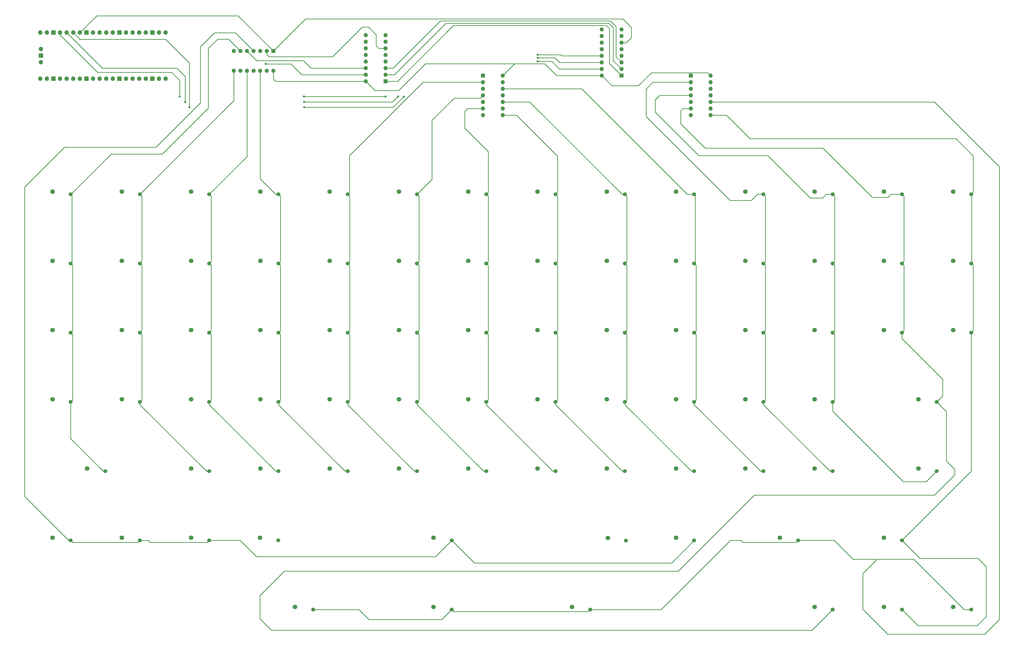
<source format=gbr>
G04 #@! TF.GenerationSoftware,KiCad,Pcbnew,(6.0.8)*
G04 #@! TF.CreationDate,2022-11-04T15:43:21-05:00*
G04 #@! TF.ProjectId,MIKey,4d494b65-792e-46b6-9963-61645f706362,rev?*
G04 #@! TF.SameCoordinates,Original*
G04 #@! TF.FileFunction,Copper,L2,Bot*
G04 #@! TF.FilePolarity,Positive*
%FSLAX46Y46*%
G04 Gerber Fmt 4.6, Leading zero omitted, Abs format (unit mm)*
G04 Created by KiCad (PCBNEW (6.0.8)) date 2022-11-04 15:43:21*
%MOMM*%
%LPD*%
G01*
G04 APERTURE LIST*
G04 #@! TA.AperFunction,ComponentPad*
%ADD10C,1.762000*%
G04 #@! TD*
G04 #@! TA.AperFunction,ComponentPad*
%ADD11C,1.524000*%
G04 #@! TD*
G04 #@! TA.AperFunction,ComponentPad*
%ADD12R,1.600000X1.600000*%
G04 #@! TD*
G04 #@! TA.AperFunction,ComponentPad*
%ADD13O,1.600000X1.600000*%
G04 #@! TD*
G04 #@! TA.AperFunction,ComponentPad*
%ADD14O,1.700000X1.700000*%
G04 #@! TD*
G04 #@! TA.AperFunction,ComponentPad*
%ADD15R,1.700000X1.700000*%
G04 #@! TD*
G04 #@! TA.AperFunction,ViaPad*
%ADD16C,0.800000*%
G04 #@! TD*
G04 #@! TA.AperFunction,Conductor*
%ADD17C,0.250000*%
G04 #@! TD*
G04 APERTURE END LIST*
D10*
G04 #@! TO.P,SEVEN1,1*
G04 #@! TO.N,/R1*
X262389997Y-139380000D03*
D11*
G04 #@! TO.P,SEVEN1,2*
G04 #@! TO.N,Net-(F7-Pad2)*
X269389997Y-140430000D03*
G04 #@! TD*
D10*
G04 #@! TO.P,FOUR1,1*
G04 #@! TO.N,/R1*
X182379997Y-139380000D03*
D11*
G04 #@! TO.P,FOUR1,2*
G04 #@! TO.N,Net-(F13-Pad2)*
X189379997Y-140430000D03*
G04 #@! TD*
D10*
G04 #@! TO.P,F9,1*
G04 #@! TO.N,/R0*
X315729997Y-112710000D03*
D11*
G04 #@! TO.P,F9,2*
G04 #@! TO.N,Net-(F9-Pad2)*
X322729997Y-113760000D03*
G04 #@! TD*
D10*
G04 #@! TO.P,L_CTRL1,1*
G04 #@! TO.N,/R0*
X75699997Y-246060000D03*
D11*
G04 #@! TO.P,L_CTRL1,2*
G04 #@! TO.N,Net-(L_ALT1-Pad2)*
X82699997Y-247110000D03*
G04 #@! TD*
D10*
G04 #@! TO.P,SEMI-COLON1,1*
G04 #@! TO.N,/R3*
X342399997Y-192720000D03*
D11*
G04 #@! TO.P,SEMI-COLON1,2*
G04 #@! TO.N,Net-(/1-Pad2)*
X349399997Y-193770000D03*
G04 #@! TD*
D10*
G04 #@! TO.P,R_SHIFT1,1*
G04 #@! TO.N,/R4*
X409074997Y-219390000D03*
D11*
G04 #@! TO.P,R_SHIFT1,2*
G04 #@! TO.N,Net-(APOSTROPHE1-Pad2)*
X416074997Y-220440000D03*
G04 #@! TD*
D10*
G04 #@! TO.P,F2,1*
G04 #@! TO.N,/R0*
X129039997Y-112710000D03*
D11*
G04 #@! TO.P,F2,2*
G04 #@! TO.N,Net-(F2-Pad2)*
X136039997Y-113760000D03*
G04 #@! TD*
D10*
G04 #@! TO.P,F12,1*
G04 #@! TO.N,/R0*
X395739997Y-112710000D03*
D11*
G04 #@! TO.P,F12,2*
G04 #@! TO.N,Net-(ENTER1-Pad2)*
X402739997Y-113760000D03*
G04 #@! TD*
D10*
G04 #@! TO.P,COMMA/GTR_THN1,1*
G04 #@! TO.N,/R4*
X315729997Y-219390000D03*
D11*
G04 #@! TO.P,COMMA/GTR_THN1,2*
G04 #@! TO.N,Net-(COMMA/GREATER_THAN1-Pad2)*
X322729997Y-220440000D03*
G04 #@! TD*
D10*
G04 #@! TO.P,SIX1,1*
G04 #@! TO.N,/R1*
X235719997Y-139380000D03*
D11*
G04 #@! TO.P,SIX1,2*
G04 #@! TO.N,Net-(F6-Pad2)*
X242719997Y-140430000D03*
G04 #@! TD*
D10*
G04 #@! TO.P,O1,1*
G04 #@! TO.N,/R2*
X315729997Y-166050000D03*
D11*
G04 #@! TO.P,O1,2*
G04 #@! TO.N,Net-(F9-Pad2)*
X322729997Y-167100000D03*
G04 #@! TD*
D10*
G04 #@! TO.P,TWO1,1*
G04 #@! TO.N,/R1*
X129039997Y-139380000D03*
D11*
G04 #@! TO.P,TWO1,2*
G04 #@! TO.N,Net-(F2-Pad2)*
X136039997Y-140430000D03*
G04 #@! TD*
D10*
G04 #@! TO.P,L1,1*
G04 #@! TO.N,/R3*
X315729997Y-192720000D03*
D11*
G04 #@! TO.P,L1,2*
G04 #@! TO.N,Net-(F9-Pad2)*
X322729997Y-193770000D03*
G04 #@! TD*
D10*
G04 #@! TO.P,WINDOWS1,1*
G04 #@! TO.N,/R1*
X102369997Y-246060000D03*
D11*
G04 #@! TO.P,WINDOWS1,2*
G04 #@! TO.N,Net-(L_ALT1-Pad2)*
X109369997Y-247110000D03*
G04 #@! TD*
D10*
G04 #@! TO.P,F1,1*
G04 #@! TO.N,/R0*
X102369997Y-112710000D03*
D11*
G04 #@! TO.P,F1,2*
G04 #@! TO.N,Net-(A1-Pad2)*
X109369997Y-113760000D03*
G04 #@! TD*
D10*
G04 #@! TO.P,F6,1*
G04 #@! TO.N,/R0*
X235719997Y-112710000D03*
D11*
G04 #@! TO.P,F6,2*
G04 #@! TO.N,Net-(F6-Pad2)*
X242719997Y-113760000D03*
G04 #@! TD*
D10*
G04 #@! TO.P,CAPSLOCK1,1*
G04 #@! TO.N,/R3*
X75699997Y-192720000D03*
D11*
G04 #@! TO.P,CAPSLOCK1,2*
G04 #@! TO.N,Net-(BACK_TICK/TILDE1-Pad2)*
X82699997Y-193770000D03*
G04 #@! TD*
D10*
G04 #@! TO.P,S1,1*
G04 #@! TO.N,/R3*
X129039997Y-192720000D03*
D11*
G04 #@! TO.P,S1,2*
G04 #@! TO.N,Net-(F2-Pad2)*
X136039997Y-193770000D03*
G04 #@! TD*
D10*
G04 #@! TO.P,F11,1*
G04 #@! TO.N,/R0*
X369069997Y-112710000D03*
D11*
G04 #@! TO.P,F11,2*
G04 #@! TO.N,Net-(APOSTROPHE1-Pad2)*
X376069997Y-113760000D03*
G04 #@! TD*
D10*
G04 #@! TO.P,]1,1*
G04 #@! TO.N,/R2*
X395739997Y-166050000D03*
D11*
G04 #@! TO.P,]1,2*
G04 #@! TO.N,Net-(ENTER1-Pad2)*
X402739997Y-167100000D03*
G04 #@! TD*
D10*
G04 #@! TO.P,RIGHT_ARROW1,1*
G04 #@! TO.N,/R4*
X422409997Y-272730000D03*
D11*
G04 #@! TO.P,RIGHT_ARROW1,2*
G04 #@! TO.N,Net-(MACRO_1-Pad2)*
X429409997Y-273780000D03*
G04 #@! TD*
D10*
G04 #@! TO.P,K1,1*
G04 #@! TO.N,/R3*
X289059997Y-192720000D03*
D11*
G04 #@! TO.P,K1,2*
G04 #@! TO.N,Net-(COMMA/GREATER_THAN1-Pad2)*
X296059997Y-193770000D03*
G04 #@! TD*
D10*
G04 #@! TO.P,DOWN_ARROW1,1*
G04 #@! TO.N,/R4*
X395739997Y-272730000D03*
D11*
G04 #@! TO.P,DOWN_ARROW1,2*
G04 #@! TO.N,Net-(BACKSPACE1-Pad2)*
X402739997Y-273780000D03*
G04 #@! TD*
D10*
G04 #@! TO.P,J1,1*
G04 #@! TO.N,/R3*
X262389997Y-192720000D03*
D11*
G04 #@! TO.P,J1,2*
G04 #@! TO.N,Net-(F7-Pad2)*
X269389997Y-193770000D03*
G04 #@! TD*
D10*
G04 #@! TO.P,G1,1*
G04 #@! TO.N,/R3*
X209049997Y-192720000D03*
D11*
G04 #@! TO.P,G1,2*
G04 #@! TO.N,Net-(B1-Pad2)*
X216049997Y-193770000D03*
G04 #@! TD*
D10*
G04 #@! TO.P,H1,1*
G04 #@! TO.N,/R3*
X235719997Y-192720000D03*
D11*
G04 #@! TO.P,H1,2*
G04 #@! TO.N,Net-(F6-Pad2)*
X242719997Y-193770000D03*
G04 #@! TD*
D10*
G04 #@! TO.P,SPACE_BAR1,1*
G04 #@! TO.N,/R3*
X222384997Y-246060000D03*
D11*
G04 #@! TO.P,SPACE_BAR1,2*
G04 #@! TO.N,Net-(L_ALT1-Pad2)*
X229384997Y-247110000D03*
G04 #@! TD*
D10*
G04 #@! TO.P,U5,1*
G04 #@! TO.N,/R2*
X262389997Y-166050000D03*
D11*
G04 #@! TO.P,U5,2*
G04 #@! TO.N,Net-(F7-Pad2)*
X269389997Y-167100000D03*
G04 #@! TD*
D10*
G04 #@! TO.P,L_SHIFT1,1*
G04 #@! TO.N,/R4*
X89034997Y-219390000D03*
D11*
G04 #@! TO.P,L_SHIFT1,2*
G04 #@! TO.N,Net-(BACK_TICK/TILDE1-Pad2)*
X96034997Y-220440000D03*
G04 #@! TD*
D10*
G04 #@! TO.P,APOSTROPHE1,1*
G04 #@! TO.N,/R3*
X369069997Y-192720000D03*
D11*
G04 #@! TO.P,APOSTROPHE1,2*
G04 #@! TO.N,Net-(APOSTROPHE1-Pad2)*
X376069997Y-193770000D03*
G04 #@! TD*
D10*
G04 #@! TO.P,I1,1*
G04 #@! TO.N,/R2*
X289059997Y-166050000D03*
D11*
G04 #@! TO.P,I1,2*
G04 #@! TO.N,Net-(COMMA/GREATER_THAN1-Pad2)*
X296059997Y-167100000D03*
G04 #@! TD*
D10*
G04 #@! TO.P,REF\u002A\u002A,1*
G04 #@! TO.N,N/C*
X155599997Y-246060000D03*
D11*
G04 #@! TO.P,REF\u002A\u002A,2*
X162599997Y-247110000D03*
G04 #@! TD*
D10*
G04 #@! TO.P,W1,1*
G04 #@! TO.N,/R2*
X129039997Y-166050000D03*
D11*
G04 #@! TO.P,W1,2*
G04 #@! TO.N,Net-(F2-Pad2)*
X136039997Y-167100000D03*
G04 #@! TD*
D10*
G04 #@! TO.P,B1,1*
G04 #@! TO.N,/R4*
X235719997Y-219390000D03*
D11*
G04 #@! TO.P,B1,2*
G04 #@! TO.N,Net-(B1-Pad2)*
X242719997Y-220440000D03*
G04 #@! TD*
D10*
G04 #@! TO.P,EQUALS1,1*
G04 #@! TO.N,/R1*
X395739997Y-139380000D03*
D11*
G04 #@! TO.P,EQUALS1,2*
G04 #@! TO.N,Net-(ENTER1-Pad2)*
X402739997Y-140430000D03*
G04 #@! TD*
D10*
G04 #@! TO.P,A1,1*
G04 #@! TO.N,/R3*
X102369997Y-192720000D03*
D11*
G04 #@! TO.P,A1,2*
G04 #@! TO.N,Net-(A1-Pad2)*
X109369997Y-193770000D03*
G04 #@! TD*
D10*
G04 #@! TO.P,ZERO1,1*
G04 #@! TO.N,/R1*
X342399997Y-139380000D03*
D11*
G04 #@! TO.P,ZERO1,2*
G04 #@! TO.N,Net-(/1-Pad2)*
X349399997Y-140430000D03*
G04 #@! TD*
D10*
G04 #@! TO.P,EIGHT1,1*
G04 #@! TO.N,/R1*
X289059997Y-139380000D03*
D11*
G04 #@! TO.P,EIGHT1,2*
G04 #@! TO.N,Net-(COMMA/GREATER_THAN1-Pad2)*
X296059997Y-140430000D03*
G04 #@! TD*
D10*
G04 #@! TO.P,F13,1*
G04 #@! TO.N,/R3*
X182379997Y-192720000D03*
D11*
G04 #@! TO.P,F13,2*
G04 #@! TO.N,Net-(F13-Pad2)*
X189379997Y-193770000D03*
G04 #@! TD*
D10*
G04 #@! TO.P,TAB1,1*
G04 #@! TO.N,/R2*
X75699997Y-166050000D03*
D11*
G04 #@! TO.P,TAB1,2*
G04 #@! TO.N,Net-(BACK_TICK/TILDE1-Pad2)*
X82699997Y-167100000D03*
G04 #@! TD*
D10*
G04 #@! TO.P,MACRO_1,1*
G04 #@! TO.N,/R0*
X169044997Y-272730000D03*
D11*
G04 #@! TO.P,MACRO_1,2*
G04 #@! TO.N,Net-(MACRO_1-Pad2)*
X176044997Y-273780000D03*
G04 #@! TD*
D10*
G04 #@! TO.P,PERIOD/LSS_THN1,1*
G04 #@! TO.N,/R4*
X342399997Y-219390000D03*
D11*
G04 #@! TO.P,PERIOD/LSS_THN1,2*
G04 #@! TO.N,Net-(F9-Pad2)*
X349399997Y-220440000D03*
G04 #@! TD*
D10*
G04 #@! TO.P,X1,1*
G04 #@! TO.N,/R4*
X155709997Y-219390000D03*
D11*
G04 #@! TO.P,X1,2*
G04 #@! TO.N,Net-(F2-Pad2)*
X162709997Y-220440000D03*
G04 #@! TD*
D10*
G04 #@! TO.P,C1,1*
G04 #@! TO.N,/R4*
X182379997Y-219390000D03*
D11*
G04 #@! TO.P,C1,2*
G04 #@! TO.N,Net-(C1-Pad2)*
X189379997Y-220440000D03*
G04 #@! TD*
D10*
G04 #@! TO.P,Y1,1*
G04 #@! TO.N,/R2*
X235719997Y-166050000D03*
D11*
G04 #@! TO.P,Y1,2*
G04 #@! TO.N,Net-(F6-Pad2)*
X242719997Y-167100000D03*
G04 #@! TD*
D10*
G04 #@! TO.P,F8,1*
G04 #@! TO.N,/R0*
X289059997Y-112710000D03*
D11*
G04 #@! TO.P,F8,2*
G04 #@! TO.N,Net-(COMMA/GREATER_THAN1-Pad2)*
X296059997Y-113760000D03*
G04 #@! TD*
D10*
G04 #@! TO.P,D1,1*
G04 #@! TO.N,/R3*
X155709997Y-192720000D03*
D11*
G04 #@! TO.P,D1,2*
G04 #@! TO.N,Net-(C1-Pad2)*
X162709997Y-193770000D03*
G04 #@! TD*
D10*
G04 #@! TO.P,MACRO_3,1*
G04 #@! TO.N,/R2*
X275724997Y-272730000D03*
D11*
G04 #@! TO.P,MACRO_3,2*
G04 #@! TO.N,Net-(MACRO_1-Pad2)*
X282724997Y-273780000D03*
G04 #@! TD*
D10*
G04 #@! TO.P,BACKSPACE1,1*
G04 #@! TO.N,/R1*
X422409997Y-139380000D03*
D11*
G04 #@! TO.P,BACKSPACE1,2*
G04 #@! TO.N,Net-(BACKSPACE1-Pad2)*
X429409997Y-140430000D03*
G04 #@! TD*
D10*
G04 #@! TO.P,T1,1*
G04 #@! TO.N,/R2*
X209049997Y-166050000D03*
D11*
G04 #@! TO.P,T1,2*
G04 #@! TO.N,Net-(B1-Pad2)*
X216049997Y-167100000D03*
G04 #@! TD*
D10*
G04 #@! TO.P,MINUS1,1*
G04 #@! TO.N,/R1*
X369069997Y-139380000D03*
D11*
G04 #@! TO.P,MINUS1,2*
G04 #@! TO.N,Net-(APOSTROPHE1-Pad2)*
X376069997Y-140430000D03*
G04 #@! TD*
D10*
G04 #@! TO.P,/1,1*
G04 #@! TO.N,/R4*
X369069997Y-219390000D03*
D11*
G04 #@! TO.P,/1,2*
G04 #@! TO.N,Net-(/1-Pad2)*
X376069997Y-220440000D03*
G04 #@! TD*
D10*
G04 #@! TO.P,M1,1*
G04 #@! TO.N,/R4*
X289059997Y-219390000D03*
D11*
G04 #@! TO.P,M1,2*
G04 #@! TO.N,Net-(F7-Pad2)*
X296059997Y-220440000D03*
G04 #@! TD*
D10*
G04 #@! TO.P,UP_ARROW1,1*
G04 #@! TO.N,/R3*
X395739997Y-246060000D03*
D11*
G04 #@! TO.P,UP_ARROW1,2*
G04 #@! TO.N,Net-(BACKSPACE1-Pad2)*
X402739997Y-247110000D03*
G04 #@! TD*
D10*
G04 #@! TO.P,F7,1*
G04 #@! TO.N,/R0*
X262389997Y-112710000D03*
D11*
G04 #@! TO.P,F7,2*
G04 #@! TO.N,Net-(F7-Pad2)*
X269389997Y-113760000D03*
G04 #@! TD*
D10*
G04 #@! TO.P,Z1,1*
G04 #@! TO.N,/R4*
X129039997Y-219390000D03*
D11*
G04 #@! TO.P,Z1,2*
G04 #@! TO.N,Net-(A1-Pad2)*
X136039997Y-220440000D03*
G04 #@! TD*
D10*
G04 #@! TO.P,MACRO_2,1*
G04 #@! TO.N,/R1*
X222384997Y-272730000D03*
D11*
G04 #@! TO.P,MACRO_2,2*
G04 #@! TO.N,Net-(MACRO_1-Pad2)*
X229384997Y-273780000D03*
G04 #@! TD*
D10*
G04 #@! TO.P,F4,1*
G04 #@! TO.N,/R0*
X182379997Y-112710000D03*
D11*
G04 #@! TO.P,F4,2*
G04 #@! TO.N,Net-(F13-Pad2)*
X189379997Y-113760000D03*
G04 #@! TD*
D10*
G04 #@! TO.P,Q1,1*
G04 #@! TO.N,/R2*
X102369997Y-166050000D03*
D11*
G04 #@! TO.P,Q1,2*
G04 #@! TO.N,Net-(A1-Pad2)*
X109369997Y-167100000D03*
G04 #@! TD*
D10*
G04 #@! TO.P,BACK_TICK/TILDE1,1*
G04 #@! TO.N,/R1*
X75699997Y-139380000D03*
D11*
G04 #@! TO.P,BACK_TICK/TILDE1,2*
G04 #@! TO.N,Net-(BACK_TICK/TILDE1-Pad2)*
X82699997Y-140430000D03*
G04 #@! TD*
D10*
G04 #@! TO.P,NINE1,1*
G04 #@! TO.N,/R1*
X315729997Y-139380000D03*
D11*
G04 #@! TO.P,NINE1,2*
G04 #@! TO.N,Net-(F9-Pad2)*
X322729997Y-140430000D03*
G04 #@! TD*
D10*
G04 #@! TO.P,N1,1*
G04 #@! TO.N,/R4*
X262389997Y-219390000D03*
D11*
G04 #@! TO.P,N1,2*
G04 #@! TO.N,Net-(F6-Pad2)*
X269389997Y-220440000D03*
G04 #@! TD*
D10*
G04 #@! TO.P,THREE1,1*
G04 #@! TO.N,/R1*
X155709997Y-139380000D03*
D11*
G04 #@! TO.P,THREE1,2*
G04 #@! TO.N,Net-(C1-Pad2)*
X162709997Y-140430000D03*
G04 #@! TD*
D10*
G04 #@! TO.P,ENTER1,1*
G04 #@! TO.N,/R3*
X409074997Y-192720000D03*
D11*
G04 #@! TO.P,ENTER1,2*
G04 #@! TO.N,Net-(ENTER1-Pad2)*
X416074997Y-193770000D03*
G04 #@! TD*
D10*
G04 #@! TO.P,R2,1*
G04 #@! TO.N,/R2*
X182379997Y-166050000D03*
D11*
G04 #@! TO.P,R2,2*
G04 #@! TO.N,Net-(F13-Pad2)*
X189379997Y-167100000D03*
G04 #@! TD*
D10*
G04 #@! TO.P,ONE1,1*
G04 #@! TO.N,/R1*
X102369997Y-139380000D03*
D11*
G04 #@! TO.P,ONE1,2*
G04 #@! TO.N,Net-(A1-Pad2)*
X109369997Y-140430000D03*
G04 #@! TD*
D10*
G04 #@! TO.P,R_ALT1,1*
G04 #@! TO.N,/R4*
X315729997Y-246060000D03*
D11*
G04 #@! TO.P,R_ALT1,2*
G04 #@! TO.N,Net-(L_ALT1-Pad2)*
X322729997Y-247110000D03*
G04 #@! TD*
D10*
G04 #@! TO.P,V1,1*
G04 #@! TO.N,/R4*
X209049997Y-219390000D03*
D11*
G04 #@! TO.P,V1,2*
G04 #@! TO.N,Net-(F13-Pad2)*
X216049997Y-220440000D03*
G04 #@! TD*
D10*
G04 #@! TO.P,E1,1*
G04 #@! TO.N,/R2*
X155709997Y-166050000D03*
D11*
G04 #@! TO.P,E1,2*
G04 #@! TO.N,Net-(C1-Pad2)*
X162709997Y-167100000D03*
G04 #@! TD*
D10*
G04 #@! TO.P,R_CTRL1,1*
G04 #@! TO.N,/R3*
X355734997Y-246060000D03*
D11*
G04 #@! TO.P,R_CTRL1,2*
G04 #@! TO.N,Net-(MACRO_1-Pad2)*
X362734997Y-247110000D03*
G04 #@! TD*
D10*
G04 #@! TO.P,F3,1*
G04 #@! TO.N,/R0*
X155709997Y-112710000D03*
D11*
G04 #@! TO.P,F3,2*
G04 #@! TO.N,Net-(C1-Pad2)*
X162709997Y-113760000D03*
G04 #@! TD*
D10*
G04 #@! TO.P,[1,1*
G04 #@! TO.N,/R2*
X369069997Y-166050000D03*
D11*
G04 #@! TO.P,[1,2*
G04 #@! TO.N,Net-(APOSTROPHE1-Pad2)*
X376069997Y-167100000D03*
G04 #@! TD*
D10*
G04 #@! TO.P,DEL1,1*
G04 #@! TO.N,/R0*
X422409997Y-112710000D03*
D11*
G04 #@! TO.P,DEL1,2*
G04 #@! TO.N,Net-(BACKSPACE1-Pad2)*
X429409997Y-113760000D03*
G04 #@! TD*
D10*
G04 #@! TO.P,\u005C1,1*
G04 #@! TO.N,/R2*
X422409997Y-166050000D03*
D11*
G04 #@! TO.P,\u005C1,2*
G04 #@! TO.N,Net-(BACKSPACE1-Pad2)*
X429409997Y-167100000D03*
G04 #@! TD*
D10*
G04 #@! TO.P,L_ALT1,1*
G04 #@! TO.N,/R2*
X129039997Y-246060000D03*
D11*
G04 #@! TO.P,L_ALT1,2*
G04 #@! TO.N,Net-(L_ALT1-Pad2)*
X136039997Y-247110000D03*
G04 #@! TD*
D10*
G04 #@! TO.P,P1,1*
G04 #@! TO.N,/R2*
X342399997Y-166050000D03*
D11*
G04 #@! TO.P,P1,2*
G04 #@! TO.N,Net-(/1-Pad2)*
X349399997Y-167100000D03*
G04 #@! TD*
D10*
G04 #@! TO.P,F10,1*
G04 #@! TO.N,/R0*
X342399997Y-112710000D03*
D11*
G04 #@! TO.P,F10,2*
G04 #@! TO.N,Net-(/1-Pad2)*
X349399997Y-113760000D03*
G04 #@! TD*
D10*
G04 #@! TO.P,ESC1,1*
G04 #@! TO.N,/R0*
X75699997Y-112710000D03*
D11*
G04 #@! TO.P,ESC1,2*
G04 #@! TO.N,Net-(BACK_TICK/TILDE1-Pad2)*
X82699997Y-113760000D03*
G04 #@! TD*
D10*
G04 #@! TO.P,F5,1*
G04 #@! TO.N,/R0*
X209049997Y-112710000D03*
D11*
G04 #@! TO.P,F5,2*
G04 #@! TO.N,Net-(B1-Pad2)*
X216049997Y-113760000D03*
G04 #@! TD*
D10*
G04 #@! TO.P,REF\u002A\u002A,1*
G04 #@! TO.N,N/C*
X289499997Y-246130000D03*
D11*
G04 #@! TO.P,REF\u002A\u002A,2*
X296499997Y-247180000D03*
G04 #@! TD*
D10*
G04 #@! TO.P,LEFT_ARROW1,1*
G04 #@! TO.N,/R4*
X369069997Y-272730000D03*
D11*
G04 #@! TO.P,LEFT_ARROW1,2*
G04 #@! TO.N,Net-(ENTER1-Pad2)*
X376069997Y-273780000D03*
G04 #@! TD*
D10*
G04 #@! TO.P,FIVE1,1*
G04 #@! TO.N,/R1*
X209049997Y-139380000D03*
D11*
G04 #@! TO.P,FIVE1,2*
G04 #@! TO.N,Net-(B1-Pad2)*
X216049997Y-140430000D03*
G04 #@! TD*
D12*
G04 #@! TO.P,U3,1*
G04 #@! TO.N,Net-(DECODER2-Pad12)*
X321469997Y-68020000D03*
D13*
G04 #@! TO.P,U3,2*
G04 #@! TO.N,Net-(/1-Pad2)*
X321469997Y-70560000D03*
G04 #@! TO.P,U3,3*
G04 #@! TO.N,Net-(DECODER2-Pad11)*
X321469997Y-73100000D03*
G04 #@! TO.P,U3,4*
G04 #@! TO.N,Net-(APOSTROPHE1-Pad2)*
X321469997Y-75640000D03*
G04 #@! TO.P,U3,5*
G04 #@! TO.N,Net-(DECODER2-Pad10)*
X321469997Y-78180000D03*
G04 #@! TO.P,U3,6*
G04 #@! TO.N,Net-(ENTER1-Pad2)*
X321469997Y-80720000D03*
G04 #@! TO.P,U3,7,GND*
G04 #@! TO.N,GND*
X321469997Y-83260000D03*
G04 #@! TO.P,U3,8*
G04 #@! TO.N,Net-(BACKSPACE1-Pad2)*
X329089997Y-83260000D03*
G04 #@! TO.P,U3,9*
G04 #@! TO.N,Net-(DECODER2-Pad9)*
X329089997Y-80720000D03*
G04 #@! TO.P,U3,10*
G04 #@! TO.N,Net-(MACRO_1-Pad2)*
X329089997Y-78180000D03*
G04 #@! TO.P,U3,11*
G04 #@! TO.N,Net-(DECODER2-Pad7)*
X329089997Y-75640000D03*
G04 #@! TO.P,U3,12*
G04 #@! TO.N,GND*
X329089997Y-73100000D03*
G04 #@! TO.P,U3,13*
X329089997Y-70560000D03*
G04 #@! TO.P,U3,14,VCC*
G04 #@! TO.N,+5V*
X329089997Y-68020000D03*
G04 #@! TD*
D14*
G04 #@! TO.P,U4,1,GPIO0*
G04 #@! TO.N,GND*
X119239997Y-51460000D03*
G04 #@! TO.P,U4,2,GPIO1*
X116699997Y-51460000D03*
D15*
G04 #@! TO.P,U4,3,GND*
X114159997Y-51460000D03*
D14*
G04 #@! TO.P,U4,4,GPIO2*
X111619997Y-51460000D03*
G04 #@! TO.P,U4,5,GPIO3*
X109079997Y-51460000D03*
G04 #@! TO.P,U4,6,GPIO4*
X106539997Y-51460000D03*
G04 #@! TO.P,U4,7,GPIO5*
X103999997Y-51460000D03*
D15*
G04 #@! TO.P,U4,8,GND*
X101459997Y-51460000D03*
D14*
G04 #@! TO.P,U4,9,GPIO6*
X98919997Y-51460000D03*
G04 #@! TO.P,U4,10,GPIO7*
X96379997Y-51460000D03*
G04 #@! TO.P,U4,11,GPIO8*
X93839997Y-51460000D03*
G04 #@! TO.P,U4,12,GPIO9*
X91299997Y-51460000D03*
D15*
G04 #@! TO.P,U4,13,GND*
X88759997Y-51460000D03*
D14*
G04 #@! TO.P,U4,14,GPIO10*
G04 #@! TO.N,/A3*
X86219997Y-51460000D03*
G04 #@! TO.P,U4,15,GPIO11*
G04 #@! TO.N,/A2*
X83679997Y-51460000D03*
G04 #@! TO.P,U4,16,GPIO12*
G04 #@! TO.N,/A1*
X81139997Y-51460000D03*
G04 #@! TO.P,U4,17,GPIO13*
G04 #@! TO.N,/A0*
X78599997Y-51460000D03*
D15*
G04 #@! TO.P,U4,18,GND*
G04 #@! TO.N,GND*
X76059997Y-51460000D03*
D14*
G04 #@! TO.P,U4,19,GPIO14*
X73519997Y-51460000D03*
G04 #@! TO.P,U4,20,GPIO15*
X70979997Y-51460000D03*
G04 #@! TO.P,U4,21,GPIO16*
X70979997Y-69240000D03*
G04 #@! TO.P,U4,22,GPIO17*
G04 #@! TO.N,/R4*
X73519997Y-69240000D03*
D15*
G04 #@! TO.P,U4,23,GND*
G04 #@! TO.N,GND*
X76059997Y-69240000D03*
D14*
G04 #@! TO.P,U4,24,GPIO18*
G04 #@! TO.N,/R3*
X78599997Y-69240000D03*
G04 #@! TO.P,U4,25,GPIO19*
G04 #@! TO.N,/R2*
X81139997Y-69240000D03*
G04 #@! TO.P,U4,26,GPIO20*
G04 #@! TO.N,/R1*
X83679997Y-69240000D03*
G04 #@! TO.P,U4,27,GPIO21*
G04 #@! TO.N,/R0*
X86219997Y-69240000D03*
D15*
G04 #@! TO.P,U4,28,GND*
G04 #@! TO.N,GND*
X88759997Y-69240000D03*
D14*
G04 #@! TO.P,U4,29,GPIO22*
X91299997Y-69240000D03*
G04 #@! TO.P,U4,30,RUN*
X93839997Y-69240000D03*
G04 #@! TO.P,U4,31,GPIO26_ADC0*
X96379997Y-69240000D03*
G04 #@! TO.P,U4,32,GPIO27_ADC1*
X98919997Y-69240000D03*
D15*
G04 #@! TO.P,U4,33,AGND*
X101459997Y-69240000D03*
D14*
G04 #@! TO.P,U4,34,GPIO28_ADC2*
X103999997Y-69240000D03*
G04 #@! TO.P,U4,35,ADC_VREF*
X106539997Y-69240000D03*
G04 #@! TO.P,U4,36,3V3*
X109079997Y-69240000D03*
G04 #@! TO.P,U4,37,3V3_EN*
X111619997Y-69240000D03*
D15*
G04 #@! TO.P,U4,38,GND*
X114159997Y-69240000D03*
D14*
G04 #@! TO.P,U4,39,VSYS*
G04 #@! TO.N,+5V*
X116699997Y-69240000D03*
G04 #@! TO.P,U4,40,VBUS*
X119239997Y-69240000D03*
G04 #@! TO.P,U4,41,SWCLK*
G04 #@! TO.N,GND*
X71209997Y-57810000D03*
D15*
G04 #@! TO.P,U4,42,GND*
X71209997Y-60350000D03*
D14*
G04 #@! TO.P,U4,43,SWDIO*
X71209997Y-62890000D03*
G04 #@! TD*
D12*
G04 #@! TO.P,DECODER1,1,A0*
G04 #@! TO.N,/A0*
X203909997Y-70225000D03*
D13*
G04 #@! TO.P,DECODER1,2,A1*
G04 #@! TO.N,/A1*
X203909997Y-67685000D03*
G04 #@! TO.P,DECODER1,3,A2*
G04 #@! TO.N,/A2*
X203909997Y-65145000D03*
G04 #@! TO.P,DECODER1,4,~{E1}*
G04 #@! TO.N,GND*
X203909997Y-62605000D03*
G04 #@! TO.P,DECODER1,5,~{E2}*
X203909997Y-60065000D03*
G04 #@! TO.P,DECODER1,6,E3*
G04 #@! TO.N,Net-(DECODER1-Pad6)*
X203909997Y-57525000D03*
G04 #@! TO.P,DECODER1,7,Y7*
G04 #@! TO.N,Net-(DECODER1-Pad7)*
X203909997Y-54985000D03*
G04 #@! TO.P,DECODER1,8,GND*
G04 #@! TO.N,GND*
X203909997Y-52445000D03*
G04 #@! TO.P,DECODER1,9,Y6*
G04 #@! TO.N,Net-(DECODER1-Pad9)*
X196289997Y-52445000D03*
G04 #@! TO.P,DECODER1,10,Y5*
G04 #@! TO.N,Net-(DECODER1-Pad10)*
X196289997Y-54985000D03*
G04 #@! TO.P,DECODER1,11,Y4*
G04 #@! TO.N,Net-(DECODER1-Pad11)*
X196289997Y-57525000D03*
G04 #@! TO.P,DECODER1,12,Y3*
G04 #@! TO.N,Net-(DECODER1-Pad12)*
X196289997Y-60065000D03*
G04 #@! TO.P,DECODER1,13,Y2*
G04 #@! TO.N,Net-(DECODER1-Pad13)*
X196289997Y-62605000D03*
G04 #@! TO.P,DECODER1,14,Y1*
G04 #@! TO.N,Net-(DECODER1-Pad14)*
X196289997Y-65145000D03*
G04 #@! TO.P,DECODER1,15,Y0*
G04 #@! TO.N,Net-(DECODER1-Pad15)*
X196289997Y-67685000D03*
G04 #@! TO.P,DECODER1,16,VCC*
G04 #@! TO.N,+5V*
X196289997Y-70225000D03*
G04 #@! TD*
D12*
G04 #@! TO.P,U1,1*
G04 #@! TO.N,/A3*
X160734997Y-58550000D03*
D13*
G04 #@! TO.P,U1,2*
G04 #@! TO.N,Net-(DECODER1-Pad6)*
X158194997Y-58550000D03*
G04 #@! TO.P,U1,3*
G04 #@! TO.N,Net-(DECODER1-Pad15)*
X155654997Y-58550000D03*
G04 #@! TO.P,U1,4*
G04 #@! TO.N,Net-(L_ALT1-Pad2)*
X153114997Y-58550000D03*
G04 #@! TO.P,U1,5*
G04 #@! TO.N,Net-(DECODER1-Pad14)*
X150574997Y-58550000D03*
G04 #@! TO.P,U1,6*
G04 #@! TO.N,Net-(BACK_TICK/TILDE1-Pad2)*
X148034997Y-58550000D03*
G04 #@! TO.P,U1,7,GND*
G04 #@! TO.N,GND*
X145494997Y-58550000D03*
G04 #@! TO.P,U1,8*
G04 #@! TO.N,Net-(A1-Pad2)*
X145494997Y-66170000D03*
G04 #@! TO.P,U1,9*
G04 #@! TO.N,Net-(DECODER1-Pad13)*
X148034997Y-66170000D03*
G04 #@! TO.P,U1,10*
G04 #@! TO.N,Net-(F2-Pad2)*
X150574997Y-66170000D03*
G04 #@! TO.P,U1,11*
G04 #@! TO.N,Net-(DECODER1-Pad12)*
X153114997Y-66170000D03*
G04 #@! TO.P,U1,12*
G04 #@! TO.N,Net-(C1-Pad2)*
X155654997Y-66170000D03*
G04 #@! TO.P,U1,13*
G04 #@! TO.N,Net-(DECODER1-Pad11)*
X158194997Y-66170000D03*
G04 #@! TO.P,U1,14,VCC*
G04 #@! TO.N,+5V*
X160734997Y-66170000D03*
G04 #@! TD*
D12*
G04 #@! TO.P,U2,1*
G04 #@! TO.N,Net-(DECODER1-Pad10)*
X241459997Y-68020000D03*
D13*
G04 #@! TO.P,U2,2*
G04 #@! TO.N,Net-(F13-Pad2)*
X241459997Y-70560000D03*
G04 #@! TO.P,U2,3*
G04 #@! TO.N,Net-(DECODER1-Pad9)*
X241459997Y-73100000D03*
G04 #@! TO.P,U2,4*
G04 #@! TO.N,Net-(B1-Pad2)*
X241459997Y-75640000D03*
G04 #@! TO.P,U2,5*
G04 #@! TO.N,Net-(DECODER1-Pad7)*
X241459997Y-78180000D03*
G04 #@! TO.P,U2,6*
G04 #@! TO.N,Net-(F6-Pad2)*
X241459997Y-80720000D03*
G04 #@! TO.P,U2,7,GND*
G04 #@! TO.N,GND*
X241459997Y-83260000D03*
G04 #@! TO.P,U2,8*
G04 #@! TO.N,Net-(F7-Pad2)*
X249079997Y-83260000D03*
G04 #@! TO.P,U2,9*
G04 #@! TO.N,Net-(DECODER2-Pad15)*
X249079997Y-80720000D03*
G04 #@! TO.P,U2,10*
G04 #@! TO.N,Net-(COMMA/GREATER_THAN1-Pad2)*
X249079997Y-78180000D03*
G04 #@! TO.P,U2,11*
G04 #@! TO.N,Net-(DECODER2-Pad14)*
X249079997Y-75640000D03*
G04 #@! TO.P,U2,12*
G04 #@! TO.N,Net-(F9-Pad2)*
X249079997Y-73100000D03*
G04 #@! TO.P,U2,13*
G04 #@! TO.N,Net-(DECODER2-Pad13)*
X249079997Y-70560000D03*
G04 #@! TO.P,U2,14,VCC*
G04 #@! TO.N,+5V*
X249079997Y-68020000D03*
G04 #@! TD*
D12*
G04 #@! TO.P,DECODER2,1,A0*
G04 #@! TO.N,/A0*
X294799997Y-68020000D03*
D13*
G04 #@! TO.P,DECODER2,2,A1*
G04 #@! TO.N,/A1*
X294799997Y-65480000D03*
G04 #@! TO.P,DECODER2,3,A2*
G04 #@! TO.N,/A2*
X294799997Y-62940000D03*
G04 #@! TO.P,DECODER2,4,~{E1}*
G04 #@! TO.N,GND*
X294799997Y-60400000D03*
G04 #@! TO.P,DECODER2,5,~{E2}*
X294799997Y-57860000D03*
G04 #@! TO.P,DECODER2,6,E3*
G04 #@! TO.N,/A3*
X294799997Y-55320000D03*
G04 #@! TO.P,DECODER2,7,Y7*
G04 #@! TO.N,Net-(DECODER2-Pad7)*
X294799997Y-52780000D03*
G04 #@! TO.P,DECODER2,8,GND*
G04 #@! TO.N,GND*
X294799997Y-50240000D03*
G04 #@! TO.P,DECODER2,9,Y6*
G04 #@! TO.N,Net-(DECODER2-Pad9)*
X287179997Y-50240000D03*
G04 #@! TO.P,DECODER2,10,Y5*
G04 #@! TO.N,Net-(DECODER2-Pad10)*
X287179997Y-52780000D03*
G04 #@! TO.P,DECODER2,11,Y4*
G04 #@! TO.N,Net-(DECODER2-Pad11)*
X287179997Y-55320000D03*
G04 #@! TO.P,DECODER2,12,Y3*
G04 #@! TO.N,Net-(DECODER2-Pad12)*
X287179997Y-57860000D03*
G04 #@! TO.P,DECODER2,13,Y2*
G04 #@! TO.N,Net-(DECODER2-Pad13)*
X287179997Y-60400000D03*
G04 #@! TO.P,DECODER2,14,Y1*
G04 #@! TO.N,Net-(DECODER2-Pad14)*
X287179997Y-62940000D03*
G04 #@! TO.P,DECODER2,15,Y0*
G04 #@! TO.N,Net-(DECODER2-Pad15)*
X287179997Y-65480000D03*
G04 #@! TO.P,DECODER2,16,VCC*
G04 #@! TO.N,+5V*
X287179997Y-68020000D03*
G04 #@! TD*
D16*
G04 #@! TO.N,/A0*
X172509997Y-76050000D03*
X203909997Y-76050000D03*
X124709997Y-76050000D03*
G04 #@! TO.N,/A1*
X208709997Y-76050000D03*
X172609997Y-78150000D03*
X126809997Y-78150000D03*
G04 #@! TO.N,/A2*
X172609997Y-80250000D03*
X128409997Y-80250000D03*
X210909997Y-76150000D03*
G04 #@! TO.N,Net-(DECODER1-Pad15)*
X157809997Y-63550000D03*
G04 #@! TO.N,Net-(DECODER2-Pad13)*
X262509997Y-59950000D03*
G04 #@! TO.N,Net-(DECODER2-Pad14)*
X262509997Y-61150000D03*
G04 #@! TO.N,Net-(DECODER2-Pad15)*
X262509997Y-62550000D03*
G04 #@! TD*
D17*
G04 #@! TO.N,Net-(MACRO_1-Pad2)*
X407250000Y-254350000D02*
X393609997Y-254350000D01*
X426680000Y-273780000D02*
X407250000Y-254350000D01*
X429409997Y-273780000D02*
X426680000Y-273780000D01*
X341391999Y-247871999D02*
X340630000Y-247110000D01*
X361972998Y-247871999D02*
X341391999Y-247871999D01*
X362734997Y-247110000D02*
X361972998Y-247871999D01*
X340630000Y-247110000D02*
X336649997Y-247110000D01*
G04 #@! TO.N,Net-(L_ALT1-Pad2)*
X136039997Y-247110000D02*
X135277998Y-247871999D01*
X135277998Y-247871999D02*
X113291999Y-247871999D01*
X113291999Y-247871999D02*
X112530000Y-247110000D01*
X112530000Y-247110000D02*
X109369997Y-247110000D01*
X83461996Y-247871999D02*
X82699997Y-247110000D01*
X109369997Y-247110000D02*
X108607998Y-247871999D01*
X108607998Y-247871999D02*
X83461996Y-247871999D01*
G04 #@! TO.N,Net-(APOSTROPHE1-Pad2)*
X376069997Y-197310000D02*
X376069997Y-193770000D01*
X403229996Y-224470000D02*
X376069997Y-197310000D01*
X412140000Y-224470000D02*
X403229996Y-224470000D01*
X412140000Y-224374997D02*
X412140000Y-224470000D01*
X416074997Y-220440000D02*
X412140000Y-224374997D01*
G04 #@! TO.N,Net-(MACRO_1-Pad2)*
X230146996Y-274541999D02*
X281962998Y-274541999D01*
X281962998Y-274541999D02*
X282724997Y-273780000D01*
X229384997Y-273780000D02*
X230146996Y-274541999D01*
X197520000Y-277610000D02*
X193690000Y-273780000D01*
X225554997Y-277610000D02*
X197520000Y-277610000D01*
X229384997Y-273780000D02*
X225554997Y-277610000D01*
X193690000Y-273780000D02*
X176044997Y-273780000D01*
G04 #@! TO.N,Net-(L_ALT1-Pad2)*
X147960000Y-247110000D02*
X136039997Y-247110000D01*
X154190000Y-253340000D02*
X147960000Y-247110000D01*
X223154997Y-253340000D02*
X154190000Y-253340000D01*
X229384997Y-247110000D02*
X223154997Y-253340000D01*
X238124997Y-255850000D02*
X229384997Y-247110000D01*
X314060000Y-255850000D02*
X238124997Y-255850000D01*
X314060000Y-255779997D02*
X314060000Y-255850000D01*
X322729997Y-247110000D02*
X314060000Y-255779997D01*
G04 #@! TO.N,Net-(/1-Pad2)*
X336609997Y-116150000D02*
X304209997Y-83750000D01*
X350161996Y-166338001D02*
X349399997Y-167100000D01*
X374992367Y-220440000D02*
X376069997Y-220440000D01*
X349399997Y-194847630D02*
X374992367Y-220440000D01*
X347099997Y-113760000D02*
X344709997Y-116150000D01*
X350161996Y-139668001D02*
X349399997Y-140430000D01*
X304209997Y-73150000D02*
X306799997Y-70560000D01*
X344709997Y-116150000D02*
X336609997Y-116150000D01*
X304209997Y-83750000D02*
X304209997Y-73150000D01*
X349399997Y-113760000D02*
X350161996Y-114521999D01*
X350161996Y-167861999D02*
X350161996Y-193008001D01*
X349399997Y-193770000D02*
X349399997Y-194847630D01*
X306799997Y-70560000D02*
X321469997Y-70560000D01*
X350161996Y-114521999D02*
X350161996Y-139668001D01*
X349399997Y-167100000D02*
X350161996Y-167861999D01*
X350161996Y-193008001D02*
X349399997Y-193770000D01*
X350161996Y-141191999D02*
X350161996Y-166338001D01*
X349399997Y-140430000D02*
X350161996Y-141191999D01*
X349399997Y-113760000D02*
X347099997Y-113760000D01*
G04 #@! TO.N,Net-(A1-Pad2)*
X110131996Y-114521999D02*
X110131996Y-139668001D01*
X109369997Y-167100000D02*
X110131996Y-167861999D01*
X109369997Y-113760000D02*
X145494997Y-77635000D01*
X134962367Y-220440000D02*
X136039997Y-220440000D01*
X110131996Y-193008001D02*
X109369997Y-193770000D01*
X109369997Y-140430000D02*
X110131996Y-141191999D01*
X110131996Y-166338001D02*
X109369997Y-167100000D01*
X110131996Y-167861999D02*
X110131996Y-193008001D01*
X110131996Y-141191999D02*
X110131996Y-166338001D01*
X109369997Y-113760000D02*
X110131996Y-114521999D01*
X109369997Y-193770000D02*
X109369997Y-194847630D01*
X145494997Y-77635000D02*
X145494997Y-66170000D01*
X109369997Y-194847630D02*
X134962367Y-220440000D01*
X110131996Y-139668001D02*
X109369997Y-140430000D01*
G04 #@! TO.N,Net-(APOSTROPHE1-Pad2)*
X376831996Y-193008001D02*
X376831996Y-167861999D01*
X376831996Y-166338001D02*
X376069997Y-167100000D01*
X351109997Y-98850000D02*
X324509997Y-98850000D01*
X376831996Y-141191999D02*
X376831996Y-166338001D01*
X309419997Y-75640000D02*
X321469997Y-75640000D01*
X376831996Y-167861999D02*
X376069997Y-167100000D01*
X372109997Y-115150000D02*
X367409997Y-115150000D01*
X376831996Y-114521999D02*
X376831996Y-139668001D01*
X373499997Y-113760000D02*
X372109997Y-115150000D01*
X307709997Y-82050000D02*
X307709997Y-77350000D01*
X324509997Y-98850000D02*
X307709997Y-82050000D01*
X376069997Y-113760000D02*
X376831996Y-114521999D01*
X376069997Y-140430000D02*
X376831996Y-141191999D01*
X367409997Y-115150000D02*
X351109997Y-98850000D01*
X376831996Y-139668001D02*
X376069997Y-140430000D01*
X376069997Y-193770000D02*
X376831996Y-193008001D01*
X376069997Y-113760000D02*
X373499997Y-113760000D01*
X307709997Y-77350000D02*
X309419997Y-75640000D01*
G04 #@! TO.N,Net-(B1-Pad2)*
X221809997Y-108000000D02*
X216049997Y-113760000D01*
X216811996Y-193008001D02*
X216049997Y-193770000D01*
X216049997Y-193770000D02*
X216049997Y-194847630D01*
X216811996Y-167861999D02*
X216811996Y-193008001D01*
X216811996Y-114521999D02*
X216811996Y-139668001D01*
X241642367Y-220440000D02*
X242719997Y-220440000D01*
X216049997Y-113760000D02*
X216811996Y-114521999D01*
X216811996Y-166338001D02*
X216049997Y-167100000D01*
X241459997Y-75640000D02*
X240334997Y-76765000D01*
X240334997Y-76765000D02*
X230294997Y-76765000D01*
X216049997Y-167100000D02*
X216811996Y-167861999D01*
X216811996Y-141191999D02*
X216811996Y-166338001D01*
X216811996Y-139668001D02*
X216049997Y-140430000D01*
X230294997Y-76765000D02*
X221809997Y-85250000D01*
X216049997Y-140430000D02*
X216811996Y-141191999D01*
X216049997Y-194847630D02*
X241642367Y-220440000D01*
X221809997Y-85250000D02*
X221809997Y-108000000D01*
G04 #@! TO.N,Net-(BACKSPACE1-Pad2)*
X409679997Y-254050000D02*
X432009997Y-254050000D01*
X429409997Y-220440000D02*
X402739997Y-247110000D01*
X429409997Y-113760000D02*
X430171996Y-112998001D01*
X423509997Y-92350000D02*
X344209997Y-92350000D01*
X429587900Y-140252097D02*
X429409997Y-140430000D01*
X435109997Y-257150000D02*
X435109997Y-276450000D01*
X335119997Y-83260000D02*
X329089997Y-83260000D01*
X431609997Y-279950000D02*
X408909997Y-279950000D01*
X435109997Y-276450000D02*
X431609997Y-279950000D01*
X429409997Y-167100000D02*
X429409997Y-220440000D01*
X429587900Y-113937903D02*
X429587900Y-140252097D01*
X430171996Y-166338001D02*
X429409997Y-167100000D01*
X402739997Y-247110000D02*
X409679997Y-254050000D01*
X430171996Y-141191999D02*
X430171996Y-166338001D01*
X344209997Y-92350000D02*
X335119997Y-83260000D01*
X429409997Y-140430000D02*
X430171996Y-141191999D01*
X429409997Y-113760000D02*
X429587900Y-113937903D01*
X408909997Y-279950000D02*
X402739997Y-273780000D01*
X432009997Y-254050000D02*
X435109997Y-257150000D01*
X430171996Y-112998001D02*
X430171996Y-99011999D01*
X430171996Y-99011999D02*
X423509997Y-92350000D01*
G04 #@! TO.N,Net-(BACK_TICK/TILDE1-Pad2)*
X82699997Y-207880309D02*
X95259688Y-220440000D01*
X95259688Y-220440000D02*
X96034997Y-220440000D01*
X148034997Y-58550000D02*
X143434997Y-53950000D01*
X135709997Y-57550000D02*
X135709997Y-80550000D01*
X135709997Y-80550000D02*
X118009997Y-98250000D01*
X83461996Y-167861999D02*
X83461996Y-193008001D01*
X83461996Y-166338001D02*
X82699997Y-167100000D01*
X83461996Y-193008001D02*
X82699997Y-193770000D01*
X83209997Y-114270000D02*
X83209997Y-139920000D01*
X82699997Y-167100000D02*
X83461996Y-167861999D01*
X82699997Y-193770000D02*
X82699997Y-207880309D01*
X82799997Y-113760000D02*
X82699997Y-113760000D01*
X143434997Y-53950000D02*
X139309997Y-53950000D01*
X139309997Y-53950000D02*
X135709997Y-57550000D01*
X82699997Y-140430000D02*
X83461996Y-141191999D01*
X83209997Y-139920000D02*
X82699997Y-140430000D01*
X83461996Y-141191999D02*
X83461996Y-166338001D01*
X82699997Y-113760000D02*
X83209997Y-114270000D01*
X118009997Y-98250000D02*
X98309997Y-98250000D01*
X98309997Y-98250000D02*
X82799997Y-113760000D01*
G04 #@! TO.N,Net-(C1-Pad2)*
X163471996Y-114521999D02*
X163471996Y-139668001D01*
X188302367Y-220440000D02*
X189379997Y-220440000D01*
X155654997Y-107795000D02*
X161619997Y-113760000D01*
X163471996Y-139668001D02*
X162709997Y-140430000D01*
X163471996Y-167861999D02*
X163471996Y-193008001D01*
X163471996Y-141191999D02*
X163471996Y-166338001D01*
X162709997Y-113760000D02*
X163471996Y-114521999D01*
X155654997Y-66170000D02*
X155654997Y-107795000D01*
X163471996Y-193008001D02*
X162709997Y-193770000D01*
X162709997Y-193770000D02*
X162709997Y-194847630D01*
X163471996Y-166338001D02*
X162709997Y-167100000D01*
X162709997Y-140430000D02*
X163471996Y-141191999D01*
X162709997Y-167100000D02*
X163471996Y-167861999D01*
X162709997Y-194847630D02*
X188302367Y-220440000D01*
X161619997Y-113760000D02*
X162709997Y-113760000D01*
G04 #@! TO.N,Net-(COMMA/GREATER_THAN1-Pad2)*
X296059997Y-167100000D02*
X296821996Y-166338001D01*
X259402367Y-78180000D02*
X249079997Y-78180000D01*
X296821996Y-193008001D02*
X296821996Y-167861999D01*
X296059997Y-113760000D02*
X294982367Y-113760000D01*
X296821996Y-139668001D02*
X296821996Y-114521999D01*
X296821996Y-114521999D02*
X296059997Y-113760000D01*
X294982367Y-113760000D02*
X259402367Y-78180000D01*
X296059997Y-140430000D02*
X296821996Y-139668001D01*
X296821996Y-166338001D02*
X296821996Y-141191999D01*
X321652367Y-220440000D02*
X296059997Y-194847630D01*
X322729997Y-220440000D02*
X321652367Y-220440000D01*
X296059997Y-194847630D02*
X296059997Y-193770000D01*
X296821996Y-141191999D02*
X296059997Y-140430000D01*
X296059997Y-193770000D02*
X296821996Y-193008001D01*
X296821996Y-167861999D02*
X296059997Y-167100000D01*
G04 #@! TO.N,/A0*
X290109997Y-49950000D02*
X288909997Y-48750000D01*
X230009997Y-48750000D02*
X208534997Y-70225000D01*
X121609997Y-66750000D02*
X93009997Y-66750000D01*
X78599997Y-52340000D02*
X78599997Y-51460000D01*
X93009997Y-66750000D02*
X78599997Y-52340000D01*
X203909997Y-76050000D02*
X172509997Y-76050000D01*
X294799997Y-68020000D02*
X294779997Y-68020000D01*
X124709997Y-69850000D02*
X121609997Y-66750000D01*
X208534997Y-70225000D02*
X203909997Y-70225000D01*
X288909997Y-48750000D02*
X230009997Y-48750000D01*
X124709997Y-76050000D02*
X124709997Y-69850000D01*
X290109997Y-63350000D02*
X290109997Y-49950000D01*
X294779997Y-68020000D02*
X290109997Y-63350000D01*
G04 #@! TO.N,/A1*
X123609997Y-65150000D02*
X94829997Y-65150000D01*
X206609997Y-78150000D02*
X200209997Y-78150000D01*
X207274997Y-67685000D02*
X226109997Y-48850000D01*
X294799997Y-65480000D02*
X291509997Y-62190000D01*
X203909997Y-67685000D02*
X207274997Y-67685000D01*
X291509997Y-49450000D02*
X291509997Y-62050000D01*
X208709997Y-76050000D02*
X206609997Y-78150000D01*
X126809997Y-68350000D02*
X123609997Y-65150000D01*
X291509997Y-62190000D02*
X291509997Y-62050000D01*
X94829997Y-65150000D02*
X81139997Y-51460000D01*
X200209997Y-78150000D02*
X172609997Y-78150000D01*
X237709997Y-47850000D02*
X289909997Y-47850000D01*
X227109997Y-47850000D02*
X237709997Y-47850000D01*
X226109997Y-48850000D02*
X227109997Y-47850000D01*
X126809997Y-78150000D02*
X126809997Y-68350000D01*
X289909997Y-47850000D02*
X291509997Y-49450000D01*
G04 #@! TO.N,/A2*
X292609997Y-60750000D02*
X292609997Y-49150000D01*
X206814997Y-65145000D02*
X203909997Y-65145000D01*
X200509997Y-80250000D02*
X172609997Y-80250000D01*
X128384997Y-63225000D02*
X119209997Y-54050000D01*
X292609997Y-49150000D02*
X290409997Y-46950000D01*
X210909997Y-76150000D02*
X206809997Y-80250000D01*
X128409997Y-80250000D02*
X128384997Y-80225000D01*
X86269997Y-54050000D02*
X83679997Y-51460000D01*
X206809997Y-80250000D02*
X200509997Y-80250000D01*
X290409997Y-46950000D02*
X225009997Y-46950000D01*
X225009997Y-46950000D02*
X206814997Y-65145000D01*
X119209997Y-54050000D02*
X86269997Y-54050000D01*
X294799997Y-62940000D02*
X292609997Y-60750000D01*
X128384997Y-80225000D02*
X128384997Y-63225000D01*
G04 #@! TO.N,Net-(DECODER1-Pad6)*
X200309997Y-52250000D02*
X200309997Y-56550000D01*
X158194997Y-59935000D02*
X159009997Y-60750000D01*
X201284997Y-57525000D02*
X203909997Y-57525000D01*
X159009997Y-60750000D02*
X183509997Y-60750000D01*
X200309997Y-56550000D02*
X201284997Y-57525000D01*
X194909997Y-49350000D02*
X197409997Y-49350000D01*
X197409997Y-49350000D02*
X200309997Y-52250000D01*
X183509997Y-60750000D02*
X194909997Y-49350000D01*
X158194997Y-58550000D02*
X158194997Y-59935000D01*
G04 #@! TO.N,Net-(DECODER1-Pad14)*
X154274997Y-62250000D02*
X172309997Y-62250000D01*
X172309997Y-62250000D02*
X175204997Y-65145000D01*
X150574997Y-58550000D02*
X154274997Y-62250000D01*
X175204997Y-65145000D02*
X196289997Y-65145000D01*
G04 #@! TO.N,Net-(DECODER1-Pad15)*
X196289997Y-67685000D02*
X171644997Y-67685000D01*
X169509997Y-65550000D02*
X167509997Y-63550000D01*
X171644997Y-67685000D02*
X169509997Y-65550000D01*
X167509997Y-63550000D02*
X157809997Y-63550000D01*
G04 #@! TO.N,+5V*
X253649997Y-63450000D02*
X254109997Y-63450000D01*
X196289997Y-70225000D02*
X199814997Y-73750000D01*
X219209997Y-63450000D02*
X254109997Y-63450000D01*
X208909997Y-73750000D02*
X219209997Y-63450000D01*
X160734997Y-69375000D02*
X161584997Y-70225000D01*
X306264997Y-66895000D02*
X301209997Y-71950000D01*
X265209997Y-63450000D02*
X269779997Y-68020000D01*
X269779997Y-68020000D02*
X287179997Y-68020000D01*
X161584997Y-70225000D02*
X196289997Y-70225000D01*
X291109997Y-71950000D02*
X287179997Y-68020000D01*
X301209997Y-71950000D02*
X291109997Y-71950000D01*
X199814997Y-73750000D02*
X208909997Y-73750000D01*
X327964997Y-66895000D02*
X306264997Y-66895000D01*
X329089997Y-68020000D02*
X327964997Y-66895000D01*
X160734997Y-66170000D02*
X160734997Y-69375000D01*
X249079997Y-68020000D02*
X253649997Y-63450000D01*
X254109997Y-63450000D02*
X265209997Y-63450000D01*
G04 #@! TO.N,/A3*
X298609997Y-53350000D02*
X298609997Y-49450000D01*
X173134997Y-46150000D02*
X160734997Y-58550000D01*
X295309997Y-46150000D02*
X173134997Y-46150000D01*
X147134997Y-44950000D02*
X160734997Y-58550000D01*
X296639997Y-55320000D02*
X298609997Y-53350000D01*
X298609997Y-49450000D02*
X295309997Y-46150000D01*
X294799997Y-55320000D02*
X296639997Y-55320000D01*
X92729997Y-44950000D02*
X147134997Y-44950000D01*
X86219997Y-51460000D02*
X92729997Y-44950000D01*
G04 #@! TO.N,Net-(DECODER2-Pad13)*
X287179997Y-60400000D02*
X271859997Y-60400000D01*
X271409997Y-59950000D02*
X262509997Y-59950000D01*
X271859997Y-60400000D02*
X271409997Y-59950000D01*
G04 #@! TO.N,Net-(DECODER2-Pad14)*
X269109997Y-61150000D02*
X262509997Y-61150000D01*
X270899997Y-62940000D02*
X269709997Y-61750000D01*
X287179997Y-62940000D02*
X270899997Y-62940000D01*
X269709997Y-61750000D02*
X269109997Y-61150000D01*
G04 #@! TO.N,Net-(DECODER2-Pad15)*
X270839997Y-65480000D02*
X267909997Y-62550000D01*
X267909997Y-62550000D02*
X262509997Y-62550000D01*
X287179997Y-65480000D02*
X270839997Y-65480000D01*
G04 #@! TO.N,Net-(ENTER1-Pad2)*
X155609997Y-277350000D02*
X160009997Y-281750000D01*
X316609997Y-258950000D02*
X165009997Y-258950000D01*
X317509997Y-81550000D02*
X318339997Y-80720000D01*
X403501996Y-139668001D02*
X402739997Y-140430000D01*
X155609997Y-268350000D02*
X155609997Y-277350000D01*
X398499997Y-113760000D02*
X397309997Y-114950000D01*
X416074997Y-193770000D02*
X419809997Y-197505000D01*
X372309997Y-95950000D02*
X326909997Y-95950000D01*
X326909997Y-95950000D02*
X317509997Y-86550000D01*
X416074997Y-193770000D02*
X418409997Y-191435000D01*
X165009997Y-258950000D02*
X155609997Y-268350000D01*
X403501996Y-141191999D02*
X403501996Y-166338001D01*
X415209997Y-229650000D02*
X345909997Y-229650000D01*
X318339997Y-80720000D02*
X321469997Y-80720000D01*
X397309997Y-114950000D02*
X391309997Y-114950000D01*
X423009997Y-221850000D02*
X415209997Y-229650000D01*
X419809997Y-197505000D02*
X419809997Y-216550000D01*
X402739997Y-113760000D02*
X398499997Y-113760000D01*
X403501996Y-166338001D02*
X402739997Y-167100000D01*
X391309997Y-114950000D02*
X372309997Y-95950000D01*
X418409997Y-185050000D02*
X402739997Y-169380000D01*
X403501996Y-114521999D02*
X403501996Y-139668001D01*
X402739997Y-140430000D02*
X403501996Y-141191999D01*
X419809997Y-216550000D02*
X423009997Y-219750000D01*
X160009997Y-281750000D02*
X368099997Y-281750000D01*
X368099997Y-281750000D02*
X376069997Y-273780000D01*
X317509997Y-86550000D02*
X317509997Y-81550000D01*
X418409997Y-191435000D02*
X418409997Y-185050000D01*
X402739997Y-169380000D02*
X402739997Y-167100000D01*
X345909997Y-229650000D02*
X316609997Y-258950000D01*
X402739997Y-113760000D02*
X403501996Y-114521999D01*
X423009997Y-219750000D02*
X423009997Y-221850000D01*
G04 #@! TO.N,Net-(F2-Pad2)*
X136039997Y-140430000D02*
X136801996Y-141191999D01*
X136801996Y-193008001D02*
X136039997Y-193770000D01*
X136039997Y-194847630D02*
X161632367Y-220440000D01*
X136801996Y-167861999D02*
X136801996Y-193008001D01*
X136801996Y-139668001D02*
X136039997Y-140430000D01*
X136801996Y-114521999D02*
X136801996Y-139668001D01*
X136039997Y-193770000D02*
X136039997Y-194847630D01*
X136039997Y-167100000D02*
X136801996Y-167861999D01*
X150574997Y-66170000D02*
X150574997Y-99225000D01*
X161632367Y-220440000D02*
X162709997Y-220440000D01*
X136801996Y-166338001D02*
X136039997Y-167100000D01*
X136039997Y-113760000D02*
X136801996Y-114521999D01*
X150574997Y-99225000D02*
X136039997Y-113760000D01*
X136801996Y-141191999D02*
X136801996Y-166338001D01*
G04 #@! TO.N,Net-(F13-Pad2)*
X189379997Y-140430000D02*
X190141996Y-141191999D01*
X189379997Y-193770000D02*
X189379997Y-194847630D01*
X190009997Y-98850000D02*
X218299997Y-70560000D01*
X189379997Y-167100000D02*
X190141996Y-167861999D01*
X189379997Y-113760000D02*
X190141996Y-114521999D01*
X189379997Y-194847630D02*
X214972367Y-220440000D01*
X190009997Y-113130000D02*
X190009997Y-98850000D01*
X190141996Y-166338001D02*
X189379997Y-167100000D01*
X214972367Y-220440000D02*
X216049997Y-220440000D01*
X190141996Y-141191999D02*
X190141996Y-166338001D01*
X189379997Y-113760000D02*
X190009997Y-113130000D01*
X190141996Y-167861999D02*
X190141996Y-193008001D01*
X218299997Y-70560000D02*
X241459997Y-70560000D01*
X190141996Y-139668001D02*
X189379997Y-140430000D01*
X190141996Y-114521999D02*
X190141996Y-139668001D01*
X190141996Y-193008001D02*
X189379997Y-193770000D01*
G04 #@! TO.N,Net-(F6-Pad2)*
X268312367Y-220440000D02*
X269389997Y-220440000D01*
X235539997Y-80720000D02*
X241459997Y-80720000D01*
X243481996Y-167861999D02*
X243481996Y-193008001D01*
X242719997Y-113760000D02*
X243481996Y-112998001D01*
X243481996Y-112998001D02*
X243481996Y-97321999D01*
X234409997Y-81850000D02*
X235539997Y-80720000D01*
X242719997Y-113760000D02*
X243481996Y-114521999D01*
X243481996Y-139668001D02*
X242719997Y-140430000D01*
X243481996Y-114521999D02*
X243481996Y-139668001D01*
X234409997Y-88250000D02*
X234409997Y-81850000D01*
X242719997Y-194847630D02*
X268312367Y-220440000D01*
X243481996Y-141191999D02*
X243481996Y-166338001D01*
X243481996Y-166338001D02*
X242719997Y-167100000D01*
X242719997Y-167100000D02*
X243481996Y-167861999D01*
X242719997Y-193770000D02*
X242719997Y-194847630D01*
X243481996Y-97321999D02*
X234409997Y-88250000D01*
X242719997Y-140430000D02*
X243481996Y-141191999D01*
X243481996Y-193008001D02*
X242719997Y-193770000D01*
G04 #@! TO.N,Net-(F7-Pad2)*
X270151996Y-112998001D02*
X270151996Y-99091999D01*
X269389997Y-193770000D02*
X270151996Y-193008001D01*
X294982367Y-220440000D02*
X269389997Y-194847630D01*
X270151996Y-99091999D02*
X254319997Y-83260000D01*
X270151996Y-141191999D02*
X269389997Y-140430000D01*
X269389997Y-167100000D02*
X270151996Y-166338001D01*
X296059997Y-220440000D02*
X294982367Y-220440000D01*
X270151996Y-114521999D02*
X269389997Y-113760000D01*
X269389997Y-140430000D02*
X270151996Y-139668001D01*
X269389997Y-194847630D02*
X269389997Y-193770000D01*
X254319997Y-83260000D02*
X249079997Y-83260000D01*
X270151996Y-139668001D02*
X270151996Y-114521999D01*
X270151996Y-193008001D02*
X270151996Y-167861999D01*
X269389997Y-113760000D02*
X270151996Y-112998001D01*
X270151996Y-166338001D02*
X270151996Y-141191999D01*
X270151996Y-167861999D02*
X269389997Y-167100000D01*
G04 #@! TO.N,Net-(F9-Pad2)*
X320119997Y-113760000D02*
X279459997Y-73100000D01*
X323109997Y-140050000D02*
X322729997Y-140430000D01*
X322729997Y-167100000D02*
X323491996Y-167861999D01*
X323491996Y-193008001D02*
X322729997Y-193770000D01*
X323491996Y-167861999D02*
X323491996Y-193008001D01*
X279459997Y-73100000D02*
X249079997Y-73100000D01*
X323109997Y-114140000D02*
X323109997Y-140050000D01*
X323491996Y-141191999D02*
X323491996Y-166338001D01*
X322729997Y-193770000D02*
X322729997Y-194847630D01*
X322729997Y-113760000D02*
X323109997Y-114140000D01*
X322729997Y-113760000D02*
X320119997Y-113760000D01*
X322729997Y-194847630D02*
X348322367Y-220440000D01*
X322729997Y-140430000D02*
X323491996Y-141191999D01*
X348322367Y-220440000D02*
X349399997Y-220440000D01*
X323491996Y-166338001D02*
X322729997Y-167100000D01*
G04 #@! TO.N,Net-(L_ALT1-Pad2)*
X80309997Y-95650000D02*
X65009997Y-110950000D01*
X153114997Y-58550000D02*
X146114997Y-51550000D01*
X132709997Y-78450000D02*
X115509997Y-95650000D01*
X65009997Y-230195107D02*
X81924890Y-247110000D01*
X132609997Y-56950000D02*
X132609997Y-78350000D01*
X146114997Y-51550000D02*
X138009997Y-51550000D01*
X65009997Y-110950000D02*
X65009997Y-230195107D01*
X138009997Y-51550000D02*
X132609997Y-56950000D01*
X81924890Y-247110000D02*
X82699997Y-247110000D01*
X115509997Y-95650000D02*
X80309997Y-95650000D01*
X132609997Y-78350000D02*
X132709997Y-78450000D01*
G04 #@! TO.N,Net-(MACRO_1-Pad2)*
X415239997Y-78180000D02*
X440209997Y-103150000D01*
X376669997Y-247110000D02*
X372549997Y-247110000D01*
X440209997Y-277550000D02*
X434509997Y-283250000D01*
X393609997Y-254350000D02*
X383909997Y-254350000D01*
X329089997Y-78180000D02*
X415239997Y-78180000D01*
X393109997Y-254350000D02*
X393609997Y-254350000D01*
X309979997Y-273780000D02*
X282724997Y-273780000D01*
X387609997Y-273550000D02*
X387609997Y-259850000D01*
X372549997Y-247110000D02*
X362734997Y-247110000D01*
X336649997Y-247110000D02*
X309979997Y-273780000D01*
X434509997Y-283250000D02*
X397309997Y-283250000D01*
X440209997Y-103150000D02*
X440209997Y-277550000D01*
X383909997Y-254350000D02*
X376669997Y-247110000D01*
X397309997Y-283250000D02*
X387609997Y-273550000D01*
X387609997Y-259850000D02*
X393109997Y-254350000D01*
G04 #@! TD*
M02*

</source>
